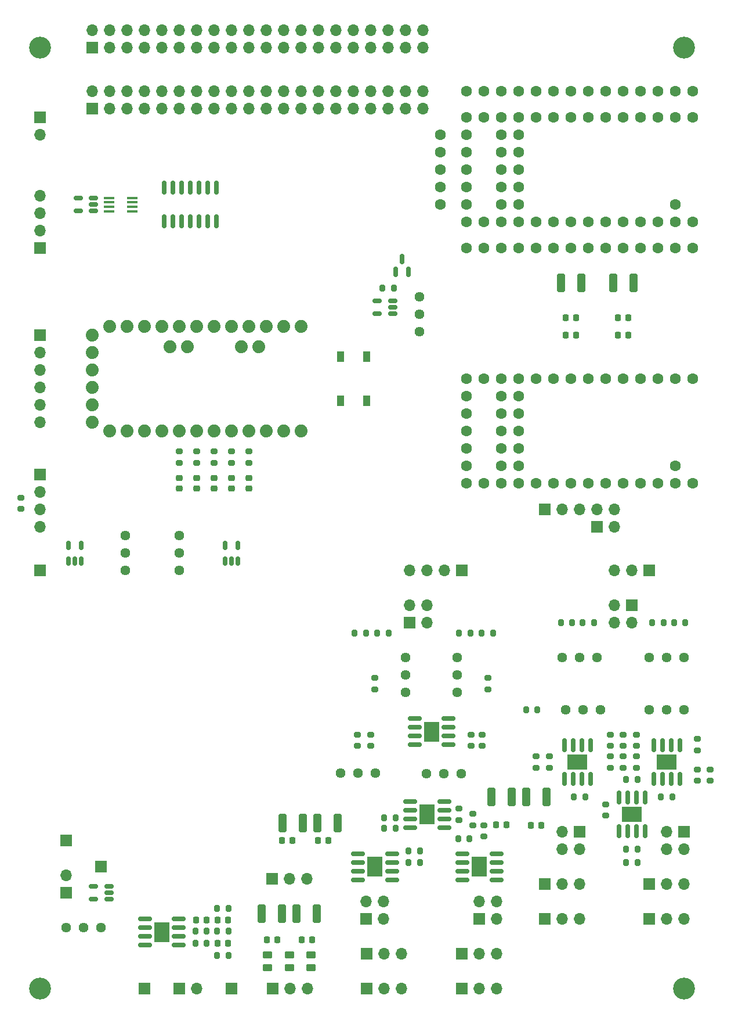
<source format=gbr>
%TF.GenerationSoftware,KiCad,Pcbnew,(6.0.4)*%
%TF.CreationDate,2022-04-16T00:48:39-07:00*%
%TF.ProjectId,main_board,6d61696e-5f62-46f6-9172-642e6b696361,rev?*%
%TF.SameCoordinates,PX48ab840PYb340ac0*%
%TF.FileFunction,Soldermask,Top*%
%TF.FilePolarity,Negative*%
%FSLAX46Y46*%
G04 Gerber Fmt 4.6, Leading zero omitted, Abs format (unit mm)*
G04 Created by KiCad (PCBNEW (6.0.4)) date 2022-04-16 00:48:39*
%MOMM*%
%LPD*%
G01*
G04 APERTURE LIST*
G04 Aperture macros list*
%AMRoundRect*
0 Rectangle with rounded corners*
0 $1 Rounding radius*
0 $2 $3 $4 $5 $6 $7 $8 $9 X,Y pos of 4 corners*
0 Add a 4 corners polygon primitive as box body*
4,1,4,$2,$3,$4,$5,$6,$7,$8,$9,$2,$3,0*
0 Add four circle primitives for the rounded corners*
1,1,$1+$1,$2,$3*
1,1,$1+$1,$4,$5*
1,1,$1+$1,$6,$7*
1,1,$1+$1,$8,$9*
0 Add four rect primitives between the rounded corners*
20,1,$1+$1,$2,$3,$4,$5,0*
20,1,$1+$1,$4,$5,$6,$7,0*
20,1,$1+$1,$6,$7,$8,$9,0*
20,1,$1+$1,$8,$9,$2,$3,0*%
G04 Aperture macros list end*
%ADD10C,3.200000*%
%ADD11RoundRect,0.200000X-0.200000X-0.275000X0.200000X-0.275000X0.200000X0.275000X-0.200000X0.275000X0*%
%ADD12RoundRect,0.150000X0.512500X0.150000X-0.512500X0.150000X-0.512500X-0.150000X0.512500X-0.150000X0*%
%ADD13C,1.440000*%
%ADD14RoundRect,0.200000X0.200000X0.275000X-0.200000X0.275000X-0.200000X-0.275000X0.200000X-0.275000X0*%
%ADD15RoundRect,0.250000X-0.325000X-1.100000X0.325000X-1.100000X0.325000X1.100000X-0.325000X1.100000X0*%
%ADD16RoundRect,0.225000X-0.225000X-0.250000X0.225000X-0.250000X0.225000X0.250000X-0.225000X0.250000X0*%
%ADD17RoundRect,0.200000X0.275000X-0.200000X0.275000X0.200000X-0.275000X0.200000X-0.275000X-0.200000X0*%
%ADD18RoundRect,0.150000X-0.825000X-0.150000X0.825000X-0.150000X0.825000X0.150000X-0.825000X0.150000X0*%
%ADD19R,2.290000X3.000000*%
%ADD20RoundRect,0.200000X-0.275000X0.200000X-0.275000X-0.200000X0.275000X-0.200000X0.275000X0.200000X0*%
%ADD21R,1.700000X1.700000*%
%ADD22O,1.700000X1.700000*%
%ADD23RoundRect,0.150000X0.150000X-0.825000X0.150000X0.825000X-0.150000X0.825000X-0.150000X-0.825000X0*%
%ADD24RoundRect,0.150000X0.825000X0.150000X-0.825000X0.150000X-0.825000X-0.150000X0.825000X-0.150000X0*%
%ADD25R,1.600000X0.300000*%
%ADD26RoundRect,0.250000X0.325000X1.100000X-0.325000X1.100000X-0.325000X-1.100000X0.325000X-1.100000X0*%
%ADD27RoundRect,0.150000X0.150000X-0.512500X0.150000X0.512500X-0.150000X0.512500X-0.150000X-0.512500X0*%
%ADD28RoundRect,0.150000X-0.150000X0.825000X-0.150000X-0.825000X0.150000X-0.825000X0.150000X0.825000X0*%
%ADD29R,3.000000X2.290000*%
%ADD30RoundRect,0.218750X0.256250X-0.218750X0.256250X0.218750X-0.256250X0.218750X-0.256250X-0.218750X0*%
%ADD31C,1.879600*%
%ADD32RoundRect,0.150000X0.150000X-0.587500X0.150000X0.587500X-0.150000X0.587500X-0.150000X-0.587500X0*%
%ADD33RoundRect,0.250000X-0.450000X0.262500X-0.450000X-0.262500X0.450000X-0.262500X0.450000X0.262500X0*%
%ADD34C,1.600000*%
%ADD35RoundRect,0.225000X0.225000X0.250000X-0.225000X0.250000X-0.225000X-0.250000X0.225000X-0.250000X0*%
%ADD36R,1.000000X1.600000*%
%ADD37RoundRect,0.250000X0.450000X-0.262500X0.450000X0.262500X-0.450000X0.262500X-0.450000X-0.262500X0*%
G04 APERTURE END LIST*
D10*
%TO.C,REF\u002A\u002A*%
X93980000Y0D03*
%TD*%
%TO.C,REF\u002A\u002A*%
X0Y0D03*
%TD*%
%TO.C,REF\u002A\u002A*%
X0Y137160000D03*
%TD*%
%TO.C,REF\u002A\u002A*%
X93980000Y137160000D03*
%TD*%
D11*
%TO.C,R51*%
X64453000Y51816000D03*
X66103000Y51816000D03*
%TD*%
%TO.C,R50*%
X61151000Y51816000D03*
X62801000Y51816000D03*
%TD*%
%TO.C,R49*%
X49213000Y51816000D03*
X50863000Y51816000D03*
%TD*%
%TO.C,R48*%
X45911000Y51816000D03*
X47561000Y51816000D03*
%TD*%
D12*
%TO.C,U17*%
X7807500Y113350000D03*
X7807500Y114300000D03*
X7807500Y115250000D03*
X5532500Y115250000D03*
X5532500Y113350000D03*
%TD*%
D13*
%TO.C,InputB_Gain1*%
X60858400Y43180000D03*
X60858400Y45720000D03*
X60858400Y48260000D03*
%TD*%
D14*
%TO.C,R5*%
X51879000Y24892000D03*
X50229000Y24892000D03*
%TD*%
D15*
%TO.C,C20*%
X65835000Y27940000D03*
X68785000Y27940000D03*
%TD*%
D11*
%TO.C,R34*%
X90615000Y27940000D03*
X92265000Y27940000D03*
%TD*%
D13*
%TO.C,GalvoB_Gain1*%
X76698000Y40640000D03*
X79238000Y40640000D03*
X81778000Y40640000D03*
%TD*%
D16*
%TO.C,C6*%
X22720991Y10033000D03*
X24270991Y10033000D03*
%TD*%
D17*
%TO.C,R14*%
X48870006Y43625000D03*
X48870006Y45275000D03*
%TD*%
D18*
%TO.C,U7*%
X54650006Y39370000D03*
X54650006Y38100000D03*
X54650006Y36830000D03*
X54650006Y35560000D03*
X59600006Y35560000D03*
X59600006Y36830000D03*
X59600006Y38100000D03*
X59600006Y39370000D03*
D19*
X57125006Y37465000D03*
%TD*%
D20*
%TO.C,R28*%
X72390000Y33845000D03*
X72390000Y32195000D03*
%TD*%
D21*
%TO.C,J3*%
X7620000Y128265000D03*
D22*
X7620000Y130805000D03*
X10160000Y128265000D03*
X10160000Y130805000D03*
X12700000Y128265000D03*
X12700000Y130805000D03*
X15240000Y128265000D03*
X15240000Y130805000D03*
X17780000Y128265000D03*
X17780000Y130805000D03*
X20320000Y128265000D03*
X20320000Y130805000D03*
X22860000Y128265000D03*
X22860000Y130805000D03*
X25400000Y128265000D03*
X25400000Y130805000D03*
X27940000Y128265000D03*
X27940000Y130805000D03*
X30480000Y128265000D03*
X30480000Y130805000D03*
X33020000Y128265000D03*
X33020000Y130805000D03*
X35560000Y128265000D03*
X35560000Y130805000D03*
X38100000Y128265000D03*
X38100000Y130805000D03*
X40640000Y128265000D03*
X40640000Y130805000D03*
X43180000Y128265000D03*
X43180000Y130805000D03*
X45720000Y128265000D03*
X45720000Y130805000D03*
X48260000Y128265000D03*
X48260000Y130805000D03*
X50800000Y128265000D03*
X50800000Y130805000D03*
X53340000Y128265000D03*
X53340000Y130805000D03*
X55880000Y128265000D03*
X55880000Y130805000D03*
%TD*%
D21*
%TO.C,TP2*%
X8890000Y17780000D03*
%TD*%
%TO.C,J20*%
X88900000Y60960000D03*
D22*
X86360000Y60960000D03*
X83820000Y60960000D03*
%TD*%
D23*
%TO.C,U15*%
X18100000Y111825000D03*
X19370000Y111825000D03*
X20640000Y111825000D03*
X21910000Y111825000D03*
X23180000Y111825000D03*
X24450000Y111825000D03*
X25720000Y111825000D03*
X25720000Y116775000D03*
X24450000Y116775000D03*
X23180000Y116775000D03*
X21910000Y116775000D03*
X20640000Y116775000D03*
X19370000Y116775000D03*
X18100000Y116775000D03*
%TD*%
D11*
%TO.C,R35*%
X85535000Y30480000D03*
X87185000Y30480000D03*
%TD*%
D21*
%TO.C,J21*%
X86360000Y55880000D03*
D22*
X86360000Y53340000D03*
X83820000Y55880000D03*
X83820000Y53340000D03*
%TD*%
D13*
%TO.C,GalvoA_Offset1*%
X88900000Y48260000D03*
X91440000Y48260000D03*
X93980000Y48260000D03*
%TD*%
D11*
%TO.C,R16*%
X89345000Y53340000D03*
X90995000Y53340000D03*
%TD*%
D24*
%TO.C,U14*%
X20255000Y6350000D03*
X20255000Y7620000D03*
X20255000Y8890000D03*
X20255000Y10160000D03*
X15305000Y10160000D03*
X15305000Y8890000D03*
X15305000Y7620000D03*
X15305000Y6350000D03*
D19*
X17780000Y8255000D03*
%TD*%
D16*
%TO.C,C12*%
X76695000Y95250000D03*
X78245000Y95250000D03*
%TD*%
D21*
%TO.C,J7*%
X3810000Y13970000D03*
D22*
X3810000Y16510000D03*
%TD*%
D21*
%TO.C,J23*%
X78740000Y22860000D03*
D22*
X78740000Y20320000D03*
X76200000Y22860000D03*
X76200000Y20320000D03*
%TD*%
D25*
%TO.C,U18*%
X13450000Y113325000D03*
X13450000Y113975000D03*
X13450000Y114625000D03*
X13450000Y115275000D03*
X10050000Y115275000D03*
X10050000Y114625000D03*
X10050000Y113975000D03*
X10050000Y113325000D03*
%TD*%
D21*
%TO.C,J22*%
X33835000Y16040000D03*
D22*
X36375000Y16040000D03*
X38915000Y16040000D03*
%TD*%
D21*
%TO.C,J24*%
X93980000Y22860000D03*
D22*
X93980000Y20320000D03*
X91440000Y22860000D03*
X91440000Y20320000D03*
%TD*%
D26*
%TO.C,C18*%
X40375000Y10960000D03*
X37425000Y10960000D03*
%TD*%
D13*
%TO.C,Cam_Input1*%
X20320000Y66050000D03*
X20320000Y63510000D03*
X20320000Y60970000D03*
%TD*%
D27*
%TO.C,U9*%
X4130000Y62362500D03*
X5080000Y62362500D03*
X6030000Y62362500D03*
X6030000Y64637500D03*
X4130000Y64637500D03*
%TD*%
D17*
%TO.C,R44*%
X30480000Y76645000D03*
X30480000Y78295000D03*
%TD*%
D28*
%TO.C,U5*%
X88265000Y27875000D03*
X86995000Y27875000D03*
X85725000Y27875000D03*
X84455000Y27875000D03*
X84455000Y22925000D03*
X85725000Y22925000D03*
X86995000Y22925000D03*
X88265000Y22925000D03*
D29*
X86360000Y25400000D03*
%TD*%
D13*
%TO.C,Cam_Output1*%
X12446000Y66040000D03*
X12446000Y63500000D03*
X12446000Y60960000D03*
%TD*%
%TO.C,InputA_Gain1*%
X53340000Y43180000D03*
X53340000Y45720000D03*
X53340000Y48260000D03*
%TD*%
D21*
%TO.C,J27*%
X7620000Y137160000D03*
D22*
X7620000Y139700000D03*
X10160000Y137160000D03*
X10160000Y139700000D03*
X12700000Y137160000D03*
X12700000Y139700000D03*
X15240000Y137160000D03*
X15240000Y139700000D03*
X17780000Y137160000D03*
X17780000Y139700000D03*
X20320000Y137160000D03*
X20320000Y139700000D03*
X22860000Y137160000D03*
X22860000Y139700000D03*
X25400000Y137160000D03*
X25400000Y139700000D03*
X27940000Y137160000D03*
X27940000Y139700000D03*
X30480000Y137160000D03*
X30480000Y139700000D03*
X33020000Y137160000D03*
X33020000Y139700000D03*
X35560000Y137160000D03*
X35560000Y139700000D03*
X38100000Y137160000D03*
X38100000Y139700000D03*
X40640000Y137160000D03*
X40640000Y139700000D03*
X43180000Y137160000D03*
X43180000Y139700000D03*
X45720000Y137160000D03*
X45720000Y139700000D03*
X48260000Y137160000D03*
X48260000Y139700000D03*
X50800000Y137160000D03*
X50800000Y139700000D03*
X53340000Y137160000D03*
X53340000Y139700000D03*
X55880000Y137160000D03*
X55880000Y139700000D03*
%TD*%
D21*
%TO.C,TP5*%
X27940000Y0D03*
%TD*%
%TO.C,J14*%
X47615000Y5080000D03*
D22*
X50155000Y5080000D03*
X52695000Y5080000D03*
%TD*%
D16*
%TO.C,C2*%
X40500000Y21590000D03*
X42050000Y21590000D03*
%TD*%
D13*
%TO.C,GalvoB_Offset1*%
X76200000Y48260000D03*
X78740000Y48260000D03*
X81280000Y48260000D03*
%TD*%
D17*
%TO.C,R11*%
X64516000Y35370000D03*
X64516000Y37020000D03*
%TD*%
D21*
%TO.C,J19*%
X61570000Y60960000D03*
D22*
X59030000Y60960000D03*
X56490000Y60960000D03*
X53950000Y60960000D03*
%TD*%
D21*
%TO.C,J8*%
X33909000Y0D03*
D22*
X36449000Y0D03*
X38989000Y0D03*
%TD*%
D20*
%TO.C,R32*%
X82550000Y26860000D03*
X82550000Y25210000D03*
%TD*%
D18*
%TO.C,U2*%
X46395006Y19685000D03*
X46395006Y18415000D03*
X46395006Y17145000D03*
X46395006Y15875000D03*
X51345006Y15875000D03*
X51345006Y17145000D03*
X51345006Y18415000D03*
X51345006Y19685000D03*
D19*
X48870006Y17780000D03*
%TD*%
D16*
%TO.C,C10*%
X84315000Y97790000D03*
X85865000Y97790000D03*
%TD*%
D15*
%TO.C,C14*%
X75995000Y102870000D03*
X78945000Y102870000D03*
%TD*%
D11*
%TO.C,R39*%
X25845000Y11684000D03*
X27495000Y11684000D03*
%TD*%
D18*
%TO.C,U3*%
X61635006Y19685000D03*
X61635006Y18415000D03*
X61635006Y17145000D03*
X61635006Y15875000D03*
X66585006Y15875000D03*
X66585006Y17145000D03*
X66585006Y18415000D03*
X66585006Y19685000D03*
D19*
X64110006Y17780000D03*
%TD*%
D30*
%TO.C,D3*%
X20320000Y72872500D03*
X20320000Y74447500D03*
%TD*%
D16*
%TO.C,C5*%
X25895000Y10033000D03*
X27445000Y10033000D03*
%TD*%
D21*
%TO.C,J26*%
X73660000Y10160000D03*
D22*
X76200000Y10160000D03*
X78740000Y10160000D03*
%TD*%
D14*
%TO.C,R18*%
X80835000Y53340000D03*
X79185000Y53340000D03*
%TD*%
%TO.C,R43*%
X24320991Y6604000D03*
X22670991Y6604000D03*
%TD*%
D20*
%TO.C,R22*%
X85090000Y37020000D03*
X85090000Y35370000D03*
%TD*%
D31*
%TO.C,U16*%
X7620000Y95250000D03*
X7620000Y92710000D03*
X7620000Y90170000D03*
X7620000Y87630000D03*
X7620000Y85090000D03*
X7620000Y82550000D03*
X21463000Y93599000D03*
X18923000Y93599000D03*
X31877000Y93599000D03*
X29337000Y93599000D03*
X10160000Y96520000D03*
X12700000Y96520000D03*
X15240000Y96520000D03*
X17780000Y96520000D03*
X20320000Y96520000D03*
X22860000Y96520000D03*
X25400000Y96520000D03*
X27940000Y96520000D03*
X30480000Y96520000D03*
X33020000Y96520000D03*
X35560000Y96520000D03*
X38100000Y96520000D03*
X38100000Y81280000D03*
X35560000Y81280000D03*
X33020000Y81280000D03*
X30480000Y81280000D03*
X27940000Y81280000D03*
X25400000Y81280000D03*
X22860000Y81280000D03*
X20320000Y81280000D03*
X17780000Y81280000D03*
X15240000Y81280000D03*
X12700000Y81280000D03*
X10160000Y81280000D03*
%TD*%
D11*
%TO.C,R37*%
X85535000Y20320000D03*
X87185000Y20320000D03*
%TD*%
D21*
%TO.C,J12*%
X20320000Y0D03*
D22*
X22860000Y0D03*
%TD*%
D21*
%TO.C,J5*%
X81280000Y67310000D03*
D22*
X81280000Y69850000D03*
X83820000Y67310000D03*
X83820000Y69850000D03*
%TD*%
D20*
%TO.C,R30*%
X83185000Y33845000D03*
X83185000Y32195000D03*
%TD*%
D16*
%TO.C,C13*%
X84315000Y95250000D03*
X85865000Y95250000D03*
%TD*%
D21*
%TO.C,J18*%
X53950006Y53340000D03*
D22*
X53950006Y55880000D03*
X56490006Y53340000D03*
X56490006Y55880000D03*
%TD*%
D17*
%TO.C,R13*%
X65380006Y43625000D03*
X65380006Y45275000D03*
%TD*%
D27*
%TO.C,U8*%
X26990000Y62362500D03*
X27940000Y62362500D03*
X28890000Y62362500D03*
X28890000Y64637500D03*
X26990000Y64637500D03*
%TD*%
D21*
%TO.C,J25*%
X88900000Y15240000D03*
D22*
X91440000Y15240000D03*
X93980000Y15240000D03*
%TD*%
D30*
%TO.C,D4*%
X25400000Y72872500D03*
X25400000Y74447500D03*
%TD*%
D11*
%TO.C,R36*%
X77915000Y27940000D03*
X79565000Y27940000D03*
%TD*%
D21*
%TO.C,J6*%
X73675000Y69850000D03*
D22*
X76215000Y69850000D03*
X78755000Y69850000D03*
%TD*%
D17*
%TO.C,R8*%
X61087000Y24575000D03*
X61087000Y26225000D03*
%TD*%
%TO.C,R46*%
X25400000Y76645000D03*
X25400000Y78295000D03*
%TD*%
D16*
%TO.C,C8*%
X66535000Y23879988D03*
X68085000Y23879988D03*
%TD*%
D32*
%TO.C,Q1*%
X51882000Y104472500D03*
X53782000Y104472500D03*
X52832000Y106347500D03*
%TD*%
D30*
%TO.C,D2*%
X27940000Y72872500D03*
X27940000Y74447500D03*
%TD*%
D21*
%TO.C,J15*%
X61570000Y5080000D03*
D22*
X64110000Y5080000D03*
X66650000Y5080000D03*
%TD*%
D20*
%TO.C,R31*%
X83185000Y37020000D03*
X83185000Y35370000D03*
%TD*%
D16*
%TO.C,C1*%
X35279995Y21590000D03*
X36829995Y21590000D03*
%TD*%
D20*
%TO.C,R10*%
X46330006Y37020000D03*
X46330006Y35370000D03*
%TD*%
D13*
%TO.C,InputB_offset1*%
X61478000Y31369000D03*
X58938000Y31369000D03*
X56398000Y31369000D03*
%TD*%
D17*
%TO.C,R12*%
X62865000Y35370000D03*
X62865000Y37020000D03*
%TD*%
D11*
%TO.C,R1*%
X50229000Y23368000D03*
X51879000Y23368000D03*
%TD*%
D15*
%TO.C,C17*%
X40435000Y24130000D03*
X43385000Y24130000D03*
%TD*%
D21*
%TO.C,J16*%
X47600006Y10154996D03*
D22*
X47600006Y12694996D03*
X50140006Y10154996D03*
X50140006Y12694996D03*
%TD*%
D21*
%TO.C,J13*%
X0Y127000000D03*
D22*
X0Y124460000D03*
%TD*%
D21*
%TO.C,J28*%
X0Y95250000D03*
D22*
X0Y92710000D03*
X0Y90170000D03*
X0Y87630000D03*
X0Y85090000D03*
X0Y82550000D03*
%TD*%
D33*
%TO.C,FB3*%
X33184998Y4887498D03*
X33184998Y3062498D03*
%TD*%
D20*
%TO.C,R25*%
X95885000Y31940000D03*
X95885000Y30290000D03*
%TD*%
D12*
%TO.C,U12*%
X10027500Y13020000D03*
X10027500Y13970000D03*
X10027500Y14920000D03*
X7752500Y14920000D03*
X7752500Y13020000D03*
%TD*%
D14*
%TO.C,R40*%
X27495000Y8382000D03*
X25845000Y8382000D03*
%TD*%
D20*
%TO.C,R15*%
X-2844800Y71564000D03*
X-2844800Y69914000D03*
%TD*%
%TO.C,R29*%
X74295000Y33845000D03*
X74295000Y32195000D03*
%TD*%
D14*
%TO.C,R4*%
X62674000Y21844000D03*
X61024000Y21844000D03*
%TD*%
D20*
%TO.C,R21*%
X95885000Y36385000D03*
X95885000Y34735000D03*
%TD*%
D13*
%TO.C,Prog1*%
X55372000Y95758000D03*
X55372000Y98298000D03*
X55372000Y100838000D03*
%TD*%
D15*
%TO.C,C16*%
X35355000Y24130000D03*
X38305000Y24130000D03*
%TD*%
D21*
%TO.C,J11*%
X0Y107960000D03*
D22*
X0Y110500000D03*
X0Y113040000D03*
X0Y115580000D03*
%TD*%
D21*
%TO.C,TP1*%
X0Y60960000D03*
%TD*%
%TO.C,TP3*%
X3810000Y21590000D03*
%TD*%
D34*
%TO.C,U11*%
X95250000Y88900000D03*
X92710000Y88900000D03*
X90170000Y88900000D03*
X87630000Y88900000D03*
X85090000Y88900000D03*
X82550000Y88900000D03*
X80010000Y88900000D03*
X77470000Y88900000D03*
X74930000Y88900000D03*
X72390000Y88900000D03*
X69850000Y88900000D03*
X67310000Y88900000D03*
X64770000Y88900000D03*
X62230000Y88900000D03*
X62230000Y86360000D03*
X62230000Y83820000D03*
X62230000Y81280000D03*
X62230000Y78740000D03*
X62230000Y76200000D03*
X62230000Y73660000D03*
X64770000Y73660000D03*
X67310000Y73660000D03*
X69850000Y73660000D03*
X72390000Y73660000D03*
X74930000Y73660000D03*
X77470000Y73660000D03*
X80010000Y73660000D03*
X82550000Y73660000D03*
X85090000Y73660000D03*
X87630000Y73660000D03*
X90170000Y73660000D03*
X92710000Y73660000D03*
X95250000Y73660000D03*
X92710000Y76200000D03*
X67310000Y76200000D03*
X69850000Y76200000D03*
X67310000Y78740000D03*
X69850000Y78740000D03*
X67310000Y81280000D03*
X69850000Y81280000D03*
X67310000Y83820000D03*
X69850000Y83820000D03*
X67310000Y86360000D03*
X69850000Y86360000D03*
%TD*%
D35*
%TO.C,C7*%
X27445000Y6604000D03*
X25895000Y6604000D03*
%TD*%
D11*
%TO.C,R17*%
X92520000Y53340000D03*
X94170000Y53340000D03*
%TD*%
%TO.C,R2*%
X53760006Y18415000D03*
X55410006Y18415000D03*
%TD*%
D17*
%TO.C,R9*%
X48235006Y35370000D03*
X48235006Y37020000D03*
%TD*%
D11*
%TO.C,R19*%
X76010000Y53340000D03*
X77660000Y53340000D03*
%TD*%
D14*
%TO.C,R41*%
X24320991Y8382000D03*
X22670991Y8382000D03*
%TD*%
%TO.C,R42*%
X27495000Y4826000D03*
X25845000Y4826000D03*
%TD*%
D17*
%TO.C,R7*%
X63119000Y23813000D03*
X63119000Y25463000D03*
%TD*%
D21*
%TO.C,J9*%
X88900000Y10160000D03*
D22*
X91440000Y10160000D03*
X93980000Y10160000D03*
%TD*%
D12*
%TO.C,U13*%
X51429500Y98364000D03*
X51429500Y99314000D03*
X51429500Y100264000D03*
X49154500Y100264000D03*
X49154500Y98364000D03*
%TD*%
D17*
%TO.C,R45*%
X27940000Y76645000D03*
X27940000Y78295000D03*
%TD*%
D16*
%TO.C,C11*%
X76695000Y97790000D03*
X78245000Y97790000D03*
%TD*%
D20*
%TO.C,R27*%
X86995000Y33845000D03*
X86995000Y32195000D03*
%TD*%
D35*
%TO.C,C4*%
X34594998Y7149998D03*
X33044998Y7149998D03*
%TD*%
D21*
%TO.C,J17*%
X64110006Y10160000D03*
D22*
X64110006Y12700000D03*
X66650006Y10160000D03*
X66650006Y12700000D03*
%TD*%
D15*
%TO.C,C15*%
X83615000Y102870000D03*
X86565000Y102870000D03*
%TD*%
D13*
%TO.C,LED_Trigger1*%
X8890000Y8890000D03*
X6350000Y8890000D03*
X3810000Y8890000D03*
%TD*%
D20*
%TO.C,R24*%
X97790000Y31940000D03*
X97790000Y30290000D03*
%TD*%
D14*
%TO.C,R6*%
X55435000Y20066000D03*
X53785000Y20066000D03*
%TD*%
D26*
%TO.C,C19*%
X35295000Y10960000D03*
X32345000Y10960000D03*
%TD*%
D30*
%TO.C,D1*%
X30480000Y72872500D03*
X30480000Y74447500D03*
%TD*%
D35*
%TO.C,C3*%
X39674998Y7149998D03*
X38124998Y7149998D03*
%TD*%
D33*
%TO.C,FB1*%
X39534998Y4887498D03*
X39534998Y3062498D03*
%TD*%
D17*
%TO.C,R56*%
X20320000Y76645000D03*
X20320000Y78295000D03*
%TD*%
D14*
%TO.C,R20*%
X72580000Y40640000D03*
X70930000Y40640000D03*
%TD*%
D28*
%TO.C,U4*%
X80325011Y35495000D03*
X79055011Y35495000D03*
X77785011Y35495000D03*
X76515011Y35495000D03*
X76515011Y30545000D03*
X77785011Y30545000D03*
X79055011Y30545000D03*
X80325011Y30545000D03*
D29*
X78420011Y33020000D03*
%TD*%
D13*
%TO.C,InputA_offset1*%
X48879600Y31445200D03*
X46339600Y31445200D03*
X43799600Y31445200D03*
%TD*%
D16*
%TO.C,C9*%
X71615000Y23840008D03*
X73165000Y23840008D03*
%TD*%
D21*
%TO.C,TP4*%
X15240000Y0D03*
%TD*%
D34*
%TO.C,U10*%
X95250000Y130810000D03*
X95250000Y127000000D03*
X92710000Y127000000D03*
X92710000Y130810000D03*
X90170000Y127000000D03*
X90170000Y130810000D03*
X87630000Y130810000D03*
X87630000Y127000000D03*
X85090000Y127000000D03*
X85090000Y130810000D03*
X82550000Y130810000D03*
X82550000Y127000000D03*
X80010000Y130810000D03*
X80010000Y127000000D03*
X77470000Y130810000D03*
X77470000Y127000000D03*
X74930000Y130810000D03*
X74930000Y127000000D03*
X72390000Y130810000D03*
X72390000Y127000000D03*
X69850000Y127000000D03*
X69850000Y130810000D03*
X67310000Y127000000D03*
X67310000Y130810000D03*
X64770000Y127000000D03*
X64770000Y130810000D03*
X62230000Y127000000D03*
X62230000Y130810000D03*
X58420000Y124460000D03*
X62230000Y124460000D03*
X58420000Y121920000D03*
X62230000Y121920000D03*
X62230000Y119380000D03*
X58420000Y119380000D03*
X58420000Y116840000D03*
X62230000Y116840000D03*
X58420000Y114300000D03*
X62230000Y114300000D03*
X62230000Y107950000D03*
X62230000Y111760000D03*
X64770000Y111760000D03*
X64770000Y107950000D03*
X67310000Y111760000D03*
X67310000Y107950000D03*
X69850000Y107950000D03*
X69850000Y111760000D03*
X72390000Y107950000D03*
X72390000Y111760000D03*
X74930000Y107950000D03*
X74930000Y111760000D03*
X77470000Y107950000D03*
X77470000Y111760000D03*
X80010000Y111760000D03*
X80010000Y107950000D03*
X82550000Y107950000D03*
X82550000Y111760000D03*
X85090000Y107950000D03*
X85090000Y111760000D03*
X87630000Y107950000D03*
X87630000Y111760000D03*
X90170000Y111760000D03*
X90170000Y107950000D03*
X92710000Y111760000D03*
X92710000Y107950000D03*
X95250000Y111760000D03*
X95250000Y107950000D03*
X92710000Y114300000D03*
X67310000Y114300000D03*
X69850000Y114300000D03*
X67310000Y116840000D03*
X69850000Y116840000D03*
X67310000Y119380000D03*
X69850000Y119380000D03*
X67310000Y121920000D03*
X69850000Y121920000D03*
X67310000Y124460000D03*
X69850000Y124460000D03*
%TD*%
D13*
%TO.C,GalvoA_Gain1*%
X88890000Y40640000D03*
X91430000Y40640000D03*
X93970000Y40640000D03*
%TD*%
D18*
%TO.C,U6*%
X54015006Y27305000D03*
X54015006Y26035000D03*
X54015006Y24765000D03*
X54015006Y23495000D03*
X58965006Y23495000D03*
X58965006Y24765000D03*
X58965006Y26035000D03*
X58965006Y27305000D03*
D19*
X56490006Y25400000D03*
%TD*%
D17*
%TO.C,R3*%
X64770000Y22162000D03*
X64770000Y23812000D03*
%TD*%
%TO.C,R47*%
X22860000Y76645000D03*
X22860000Y78295000D03*
%TD*%
D15*
%TO.C,C21*%
X70915000Y27940000D03*
X73865000Y27940000D03*
%TD*%
D20*
%TO.C,R26*%
X85090000Y33845000D03*
X85090000Y32195000D03*
%TD*%
D28*
%TO.C,U1*%
X93345000Y35495000D03*
X92075000Y35495000D03*
X90805000Y35495000D03*
X89535000Y35495000D03*
X89535000Y30545000D03*
X90805000Y30545000D03*
X92075000Y30545000D03*
X93345000Y30545000D03*
D29*
X91440000Y33020000D03*
%TD*%
D11*
%TO.C,R38*%
X49975000Y102108000D03*
X51625000Y102108000D03*
%TD*%
D36*
%TO.C,S1*%
X47620000Y92100000D03*
X47620000Y85700000D03*
X43820000Y92100000D03*
X43820000Y85700000D03*
%TD*%
D20*
%TO.C,R23*%
X86995000Y37020000D03*
X86995000Y35370000D03*
%TD*%
D21*
%TO.C,J4*%
X0Y74920000D03*
D22*
X0Y72380000D03*
X0Y69840000D03*
X0Y67300000D03*
%TD*%
D14*
%TO.C,R33*%
X87185000Y18415000D03*
X85535000Y18415000D03*
%TD*%
D37*
%TO.C,FB2*%
X36359998Y3062498D03*
X36359998Y4887498D03*
%TD*%
D30*
%TO.C,D5*%
X22860000Y72872500D03*
X22860000Y74447500D03*
%TD*%
D21*
%TO.C,J1*%
X61570000Y0D03*
D22*
X64110000Y0D03*
X66650000Y0D03*
%TD*%
D21*
%TO.C,J10*%
X73660000Y15240000D03*
D22*
X76200000Y15240000D03*
X78740000Y15240000D03*
%TD*%
D21*
%TO.C,J2*%
X47615000Y0D03*
D22*
X50155000Y0D03*
X52695000Y0D03*
%TD*%
M02*

</source>
